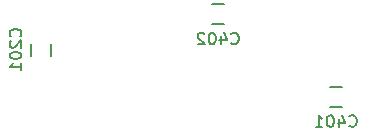
<source format=gbo>
G04 #@! TF.FileFunction,Legend,Bot*
%FSLAX46Y46*%
G04 Gerber Fmt 4.6, Leading zero omitted, Abs format (unit mm)*
G04 Created by KiCad (PCBNEW 4.0.2+e4-6225~38~ubuntu14.04.1-stable) date Thu 16 Jun 2016 08:22:09 PM ADT*
%MOMM*%
G01*
G04 APERTURE LIST*
%ADD10C,0.100000*%
%ADD11C,0.150000*%
%ADD12C,2.700000*%
%ADD13C,3.400000*%
%ADD14R,1.650000X1.900000*%
%ADD15R,1.900000X1.650000*%
%ADD16O,1.901140X2.899360*%
%ADD17R,2.432000X2.432000*%
%ADD18O,2.432000X2.432000*%
%ADD19R,2.432000X2.127200*%
%ADD20O,2.432000X2.127200*%
%ADD21C,2.600000*%
%ADD22C,2.400000*%
%ADD23C,2.398980*%
G04 APERTURE END LIST*
D10*
D11*
X137150000Y-98000000D02*
X137150000Y-97000000D01*
X138850000Y-97000000D02*
X138850000Y-98000000D01*
X163500000Y-102350000D02*
X162500000Y-102350000D01*
X162500000Y-100650000D02*
X163500000Y-100650000D01*
X153500000Y-95350000D02*
X152500000Y-95350000D01*
X152500000Y-93650000D02*
X153500000Y-93650000D01*
X136257143Y-96380953D02*
X136304762Y-96333334D01*
X136352381Y-96190477D01*
X136352381Y-96095239D01*
X136304762Y-95952381D01*
X136209524Y-95857143D01*
X136114286Y-95809524D01*
X135923810Y-95761905D01*
X135780952Y-95761905D01*
X135590476Y-95809524D01*
X135495238Y-95857143D01*
X135400000Y-95952381D01*
X135352381Y-96095239D01*
X135352381Y-96190477D01*
X135400000Y-96333334D01*
X135447619Y-96380953D01*
X135447619Y-96761905D02*
X135400000Y-96809524D01*
X135352381Y-96904762D01*
X135352381Y-97142858D01*
X135400000Y-97238096D01*
X135447619Y-97285715D01*
X135542857Y-97333334D01*
X135638095Y-97333334D01*
X135780952Y-97285715D01*
X136352381Y-96714286D01*
X136352381Y-97333334D01*
X135352381Y-97952381D02*
X135352381Y-98047620D01*
X135400000Y-98142858D01*
X135447619Y-98190477D01*
X135542857Y-98238096D01*
X135733333Y-98285715D01*
X135971429Y-98285715D01*
X136161905Y-98238096D01*
X136257143Y-98190477D01*
X136304762Y-98142858D01*
X136352381Y-98047620D01*
X136352381Y-97952381D01*
X136304762Y-97857143D01*
X136257143Y-97809524D01*
X136161905Y-97761905D01*
X135971429Y-97714286D01*
X135733333Y-97714286D01*
X135542857Y-97761905D01*
X135447619Y-97809524D01*
X135400000Y-97857143D01*
X135352381Y-97952381D01*
X136352381Y-99238096D02*
X136352381Y-98666667D01*
X136352381Y-98952381D02*
X135352381Y-98952381D01*
X135495238Y-98857143D01*
X135590476Y-98761905D01*
X135638095Y-98666667D01*
X164119047Y-103957143D02*
X164166666Y-104004762D01*
X164309523Y-104052381D01*
X164404761Y-104052381D01*
X164547619Y-104004762D01*
X164642857Y-103909524D01*
X164690476Y-103814286D01*
X164738095Y-103623810D01*
X164738095Y-103480952D01*
X164690476Y-103290476D01*
X164642857Y-103195238D01*
X164547619Y-103100000D01*
X164404761Y-103052381D01*
X164309523Y-103052381D01*
X164166666Y-103100000D01*
X164119047Y-103147619D01*
X163261904Y-103385714D02*
X163261904Y-104052381D01*
X163500000Y-103004762D02*
X163738095Y-103719048D01*
X163119047Y-103719048D01*
X162547619Y-103052381D02*
X162452380Y-103052381D01*
X162357142Y-103100000D01*
X162309523Y-103147619D01*
X162261904Y-103242857D01*
X162214285Y-103433333D01*
X162214285Y-103671429D01*
X162261904Y-103861905D01*
X162309523Y-103957143D01*
X162357142Y-104004762D01*
X162452380Y-104052381D01*
X162547619Y-104052381D01*
X162642857Y-104004762D01*
X162690476Y-103957143D01*
X162738095Y-103861905D01*
X162785714Y-103671429D01*
X162785714Y-103433333D01*
X162738095Y-103242857D01*
X162690476Y-103147619D01*
X162642857Y-103100000D01*
X162547619Y-103052381D01*
X161261904Y-104052381D02*
X161833333Y-104052381D01*
X161547619Y-104052381D02*
X161547619Y-103052381D01*
X161642857Y-103195238D01*
X161738095Y-103290476D01*
X161833333Y-103338095D01*
X154119047Y-96957143D02*
X154166666Y-97004762D01*
X154309523Y-97052381D01*
X154404761Y-97052381D01*
X154547619Y-97004762D01*
X154642857Y-96909524D01*
X154690476Y-96814286D01*
X154738095Y-96623810D01*
X154738095Y-96480952D01*
X154690476Y-96290476D01*
X154642857Y-96195238D01*
X154547619Y-96100000D01*
X154404761Y-96052381D01*
X154309523Y-96052381D01*
X154166666Y-96100000D01*
X154119047Y-96147619D01*
X153261904Y-96385714D02*
X153261904Y-97052381D01*
X153500000Y-96004762D02*
X153738095Y-96719048D01*
X153119047Y-96719048D01*
X152547619Y-96052381D02*
X152452380Y-96052381D01*
X152357142Y-96100000D01*
X152309523Y-96147619D01*
X152261904Y-96242857D01*
X152214285Y-96433333D01*
X152214285Y-96671429D01*
X152261904Y-96861905D01*
X152309523Y-96957143D01*
X152357142Y-97004762D01*
X152452380Y-97052381D01*
X152547619Y-97052381D01*
X152642857Y-97004762D01*
X152690476Y-96957143D01*
X152738095Y-96861905D01*
X152785714Y-96671429D01*
X152785714Y-96433333D01*
X152738095Y-96242857D01*
X152690476Y-96147619D01*
X152642857Y-96100000D01*
X152547619Y-96052381D01*
X151833333Y-96147619D02*
X151785714Y-96100000D01*
X151690476Y-96052381D01*
X151452380Y-96052381D01*
X151357142Y-96100000D01*
X151309523Y-96147619D01*
X151261904Y-96242857D01*
X151261904Y-96338095D01*
X151309523Y-96480952D01*
X151880952Y-97052381D01*
X151261904Y-97052381D01*
%LPC*%
D12*
X135300000Y-76000000D03*
X160700000Y-76000000D03*
D13*
X172500000Y-76000000D03*
X123500000Y-115500000D03*
X172500000Y-115500000D03*
D14*
X138000000Y-96250000D03*
X138000000Y-98750000D03*
D15*
X161750000Y-101500000D03*
X164250000Y-101500000D03*
X151750000Y-94500000D03*
X154250000Y-94500000D03*
D16*
X148500000Y-79750000D03*
X145960000Y-79750000D03*
X151040000Y-79750000D03*
D17*
X165000000Y-112540000D03*
D18*
X165000000Y-107460000D03*
D19*
X158000000Y-105500000D03*
D20*
X158000000Y-102960000D03*
X158000000Y-100420000D03*
D17*
X165000000Y-98540000D03*
D18*
X165000000Y-93460000D03*
D13*
X123500000Y-76000000D03*
D21*
X129400000Y-111700000D03*
D22*
X132000000Y-115000000D03*
X134500000Y-115000000D03*
X137000000Y-115000000D03*
D21*
X139600000Y-111700000D03*
X143900000Y-111700000D03*
D22*
X146500000Y-115000000D03*
X149000000Y-115000000D03*
X151500000Y-115000000D03*
D21*
X154100000Y-111700000D03*
D23*
X151500000Y-83500000D03*
X159000000Y-96490381D03*
M02*

</source>
